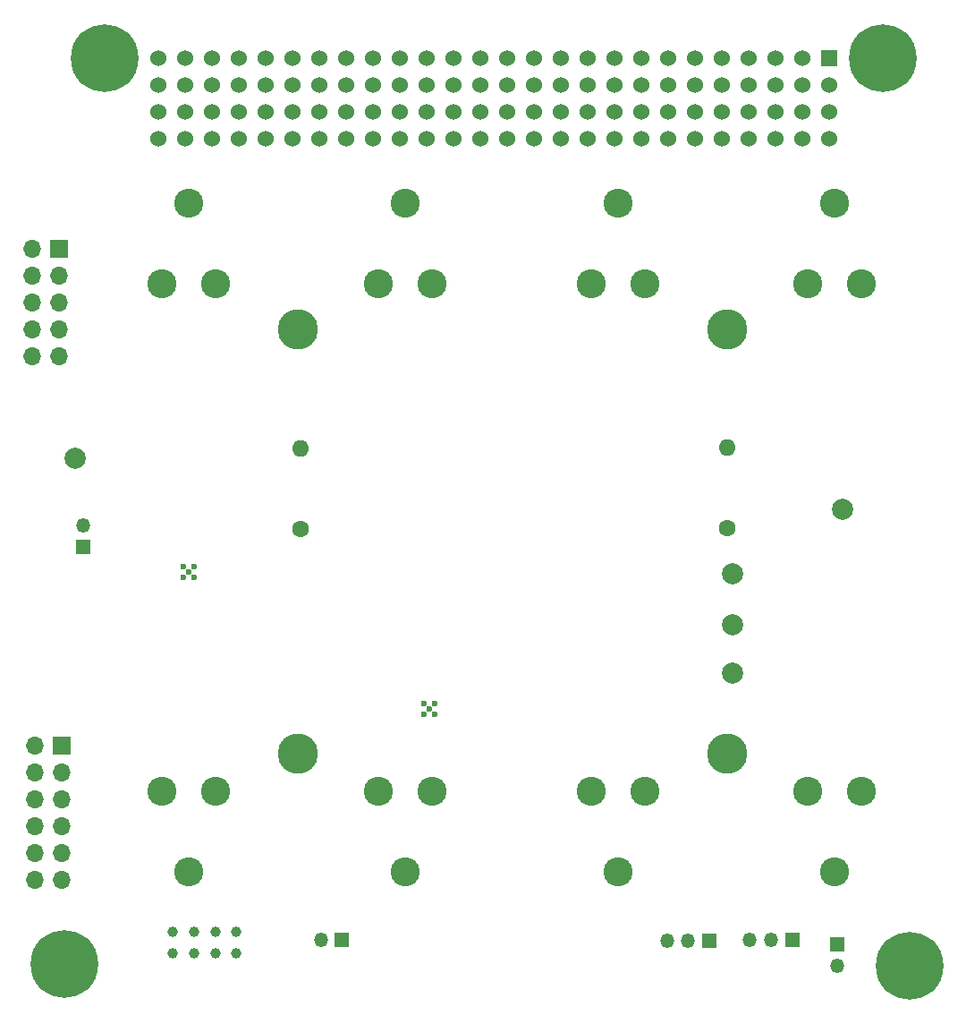
<source format=gts>
G04 #@! TF.GenerationSoftware,KiCad,Pcbnew,(6.0.7)*
G04 #@! TF.CreationDate,2023-05-04T15:31:31-04:00*
G04 #@! TF.ProjectId,battery_board_v2,62617474-6572-4795-9f62-6f6172645f76,rev?*
G04 #@! TF.SameCoordinates,Original*
G04 #@! TF.FileFunction,Soldermask,Top*
G04 #@! TF.FilePolarity,Negative*
%FSLAX46Y46*%
G04 Gerber Fmt 4.6, Leading zero omitted, Abs format (unit mm)*
G04 Created by KiCad (PCBNEW (6.0.7)) date 2023-05-04 15:31:31*
%MOMM*%
%LPD*%
G01*
G04 APERTURE LIST*
%ADD10C,1.524000*%
%ADD11R,1.524000X1.524000*%
%ADD12R,1.350000X1.350000*%
%ADD13O,1.350000X1.350000*%
%ADD14C,3.800000*%
%ADD15C,3.600000*%
%ADD16C,6.400000*%
%ADD17C,1.600000*%
%ADD18O,1.600000X1.600000*%
%ADD19R,1.700000X1.700000*%
%ADD20O,1.700000X1.700000*%
%ADD21C,2.745000*%
%ADD22C,1.000000*%
%ADD23C,0.600000*%
%ADD24C,2.000000*%
G04 APERTURE END LIST*
D10*
X123190000Y-59690000D03*
X123190000Y-57150000D03*
X125730000Y-59690000D03*
X125730000Y-57150000D03*
X128270000Y-59690000D03*
X128270000Y-57150000D03*
X130810000Y-59690000D03*
X130810000Y-57150000D03*
X133350000Y-59690000D03*
X133350000Y-57150000D03*
X135890000Y-59690000D03*
X135890000Y-57150000D03*
X138430000Y-59690000D03*
X138430000Y-57150000D03*
X140970000Y-59690000D03*
X140970000Y-57150000D03*
X143510000Y-59690000D03*
X143510000Y-57150000D03*
X146050000Y-59690000D03*
X146050000Y-57150000D03*
X148590000Y-59690000D03*
X148590000Y-57150000D03*
X151130000Y-59690000D03*
X151130000Y-57150000D03*
X153670000Y-59690000D03*
X153670000Y-57150000D03*
X156210000Y-59690000D03*
X156210000Y-57150000D03*
X158750000Y-59690000D03*
X158750000Y-57150000D03*
X161290000Y-59690000D03*
X161290000Y-57150000D03*
X163830000Y-59690000D03*
X163830000Y-57150000D03*
X166370000Y-59690000D03*
X166370000Y-57150000D03*
X168910000Y-59690000D03*
X168910000Y-57150000D03*
X171450000Y-59690000D03*
X171450000Y-57150000D03*
X173990000Y-59690000D03*
X173990000Y-57150000D03*
X176530000Y-59690000D03*
X176530000Y-57150000D03*
X179070000Y-59690000D03*
X179070000Y-57150000D03*
X181610000Y-59690000D03*
X181610000Y-57150000D03*
X184150000Y-59690000D03*
X184150000Y-57150000D03*
X186690000Y-59690000D03*
X186690000Y-57150000D03*
X123190000Y-54610000D03*
X123190000Y-52070000D03*
X125730000Y-54610000D03*
X125730000Y-52070000D03*
X128270000Y-54610000D03*
X128270000Y-52070000D03*
X130810000Y-54610000D03*
X130810000Y-52070000D03*
X133350000Y-54610000D03*
X133350000Y-52070000D03*
X135890000Y-54610000D03*
X135890000Y-52070000D03*
X138430000Y-54610000D03*
X138430000Y-52070000D03*
X140970000Y-54610000D03*
X140970000Y-52070000D03*
X143510000Y-54610000D03*
X143510000Y-52070000D03*
X146050000Y-54610000D03*
X146050000Y-52070000D03*
X148590000Y-54610000D03*
X148590000Y-52070000D03*
X151130000Y-54610000D03*
X151130000Y-52070000D03*
X153670000Y-54610000D03*
X153670000Y-52070000D03*
X156210000Y-54610000D03*
X156210000Y-52070000D03*
X158750000Y-54610000D03*
X158750000Y-52070000D03*
X161290000Y-54610000D03*
X161290000Y-52070000D03*
X163830000Y-54610000D03*
X163830000Y-52070000D03*
X166370000Y-54610000D03*
X166370000Y-52070000D03*
X168910000Y-54610000D03*
X168910000Y-52070000D03*
X171450000Y-54610000D03*
X171450000Y-52070000D03*
X173990000Y-54610000D03*
X173990000Y-52070000D03*
X176530000Y-54610000D03*
X176530000Y-52070000D03*
X179070000Y-54610000D03*
X179070000Y-52070000D03*
X181610000Y-54610000D03*
X181610000Y-52070000D03*
X184150000Y-54610000D03*
X184150000Y-52070000D03*
X186690000Y-54610000D03*
D11*
X186690000Y-52070000D03*
D12*
X187452000Y-135906000D03*
D13*
X187452000Y-137906000D03*
D12*
X183225000Y-135475000D03*
D13*
X181225000Y-135475000D03*
X179225000Y-135475000D03*
D14*
X177038000Y-77724000D03*
D15*
X194310000Y-137922000D03*
D16*
X194310000Y-137922000D03*
D17*
X177038000Y-96520000D03*
D18*
X177038000Y-88900000D03*
D16*
X114300000Y-137795000D03*
D15*
X114300000Y-137795000D03*
D12*
X116078000Y-98298000D03*
D13*
X116078000Y-96298000D03*
D12*
X175375000Y-135525000D03*
D13*
X173375000Y-135525000D03*
X171375000Y-135525000D03*
D19*
X114066000Y-117119000D03*
D20*
X111526000Y-117119000D03*
X114066000Y-119659000D03*
X111526000Y-119659000D03*
X114066000Y-122199000D03*
X111526000Y-122199000D03*
X114066000Y-124739000D03*
X111526000Y-124739000D03*
X114066000Y-127279000D03*
X111526000Y-127279000D03*
X114066000Y-129819000D03*
X111526000Y-129819000D03*
D15*
X118110000Y-52070000D03*
D16*
X118110000Y-52070000D03*
D14*
X136398000Y-117856000D03*
D21*
X164211000Y-73406000D03*
X169291000Y-73406000D03*
X166751000Y-65786000D03*
X166751000Y-129032000D03*
X169291000Y-121406000D03*
X164211000Y-121406000D03*
D22*
X130618000Y-134748000D03*
X128618000Y-134748000D03*
X126618000Y-134748000D03*
X124618000Y-134748000D03*
X130618000Y-136748000D03*
X128618000Y-136748000D03*
X126618000Y-136748000D03*
X124618000Y-136748000D03*
D21*
X184658000Y-121444000D03*
X187198000Y-129064000D03*
X189738000Y-121444000D03*
X184658000Y-73444000D03*
X189738000Y-73444000D03*
X187198000Y-65818000D03*
D12*
X140600000Y-135450000D03*
D13*
X138600000Y-135450000D03*
D17*
X136652000Y-96577000D03*
D18*
X136652000Y-88957000D03*
D14*
X136398000Y-77724000D03*
D21*
X144018000Y-121444000D03*
X149098000Y-121444000D03*
X146558000Y-129064000D03*
X149098000Y-73444000D03*
X144018000Y-73444000D03*
X146558000Y-65818000D03*
D14*
X177038000Y-117856000D03*
D21*
X123571000Y-73406000D03*
X128651000Y-73406000D03*
X126111000Y-65786000D03*
X123571000Y-121406000D03*
X128651000Y-121406000D03*
X126111000Y-129032000D03*
D15*
X191770000Y-52070000D03*
D16*
X191770000Y-52070000D03*
D19*
X113812000Y-70134000D03*
D20*
X111272000Y-70134000D03*
X113812000Y-72674000D03*
X111272000Y-72674000D03*
X113812000Y-75214000D03*
X111272000Y-75214000D03*
X113812000Y-77754000D03*
X111272000Y-77754000D03*
X113812000Y-80294000D03*
X111272000Y-80294000D03*
D23*
X149350000Y-113150000D03*
X148850000Y-113650000D03*
X148350000Y-114150000D03*
X148350000Y-113150000D03*
X149350000Y-114150000D03*
D24*
X177546000Y-100838000D03*
X177546000Y-110236000D03*
X177546000Y-105664000D03*
X187960000Y-94742000D03*
X115316000Y-89916000D03*
D23*
X126100000Y-100700000D03*
X125600000Y-101200000D03*
X125600000Y-100200000D03*
X126600000Y-100200000D03*
X126600000Y-101200000D03*
M02*

</source>
